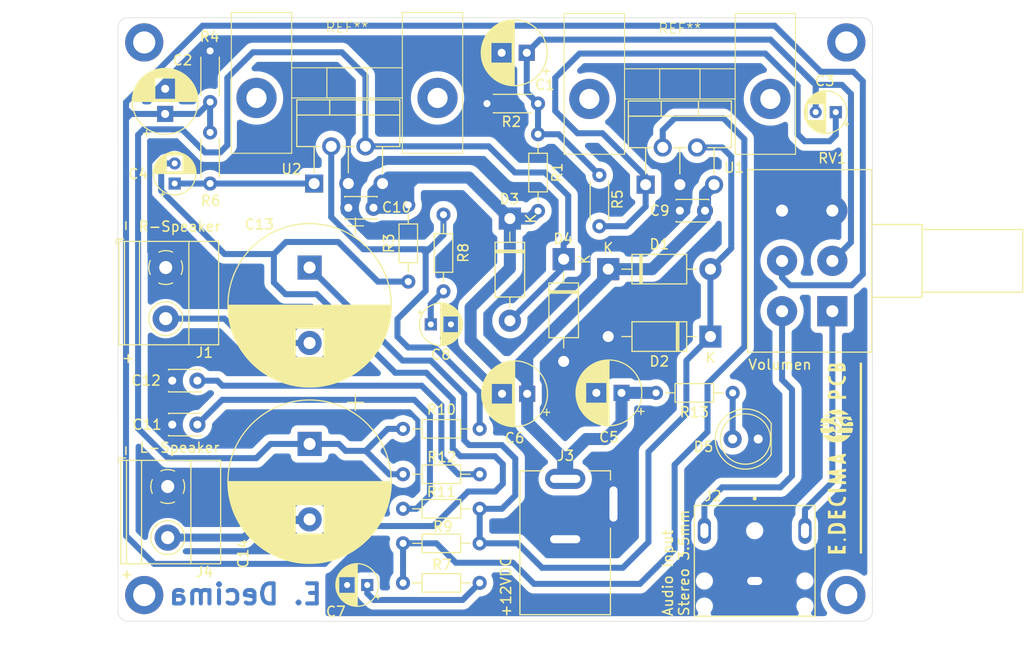
<source format=kicad_pcb>
(kicad_pcb (version 20240108) (generator "pcbnew") (generator_version "8.0")
  (title_block (title "AmplificadorTDA2030") (date "2024-11-20") (rev "V1.0") (company "Enrique Emanuel Decima"))
  (layers (0 "F.Cu" signal) (31 "B.Cu" signal) (34 "B.Paste" user) (35 "F.Paste" user) (36 "B.SilkS" user "B.Silkscreen") (37 "F.SilkS" user "F.Silkscreen") (38 "B.Mask" user) (39 "F.Mask" user) (44 "Edge.Cuts" user))
  (net 0 "")
  (net 1 "/R_Input")
  (net 2 "GND")
  (net 3 "/L_Input")
  (net 4 "Net-(U1-+)")
  (net 5 "Net-(U2-+)")
  (net 6 "/V+")
  (net 7 "Net-(C7-Pad1)")
  (net 8 "Net-(C8-Pad1)")
  (net 9 "Net-(C11-Pad2)")
  (net 10 "Net-(C12-Pad2)")
  (net 11 "/R_Output")
  (net 12 "Net-(D1-A)")
  (net 13 "Net-(D3-A)")
  (net 14 "/L_Output")
  (net 15 "Net-(U1--)")
  (net 16 "Net-(U2--)")
  (net 17 "Net-(J2-Pad3)")
  (net 18 "Net-(J2-Pad2)")
  (net 19 "Net-(D5-A)")
  (footprint "Diode_THT:D_DO-41_SOD81_P10.16mm_Horizontal" (layer "F.Cu") (at 151.39 83.39 -90)
    (property "Reference" "D3" (at -1.94 0.05 180) (layer "F.SilkS"))
    (property "Value" "1N4001")
    (fp_text user "K" (at 0 -2.1 90) (layer "F.SilkS"))
    (pad "1" thru_hole rect (at 0 0 270) (size 2.2 2.2) (drill 1.1) (layers "*.Cu" "*.Mask") (net 6 "/V+"))
    (pad "2" thru_hole oval (at 10.16 0 270) (size 2.2 2.2) (drill 1.1) (layers "*.Cu" "*.Mask") (net 13 "Net-(D3-A)"))
  )
  (footprint "Resistor_THT:R_Axial_DIN0204_L3.6mm_D1.6mm_P7.62mm_Horizontal" (layer "F.Cu") (at 148.39 108.81 180)
    (property "Reference" "R12" (at 3.76 1.7 180) (layer "F.SilkS"))
    (property "Value" "1R")
    (pad "1" thru_hole circle (at 0 0 180) (size 1.4 1.4) (drill 0.7) (layers "*.Cu" "*.Mask") (net 10 "Net-(C12-Pad2)"))
    (pad "2" thru_hole oval (at 7.62 0 180) (size 1.4 1.4) (drill 0.7) (layers "*.Cu" "*.Mask") (net 13 "Net-(D3-A)"))
  )
  (footprint "Diode_THT:D_DO-41_SOD81_P10.16mm_Horizontal" (layer "F.Cu") (at 156.74 87.43 -90)
    (property "Reference" "D4" (at -2.02 0.05 180) (layer "F.SilkS"))
    (property "Value" "1N4001")
    (fp_text user "K" (at 0 -2.1 90) (layer "F.SilkS"))
    (pad "1" thru_hole rect (at 0 0 270) (size 2.2 2.2) (drill 1.1) (layers "*.Cu" "*.Mask") (net 13 "Net-(D3-A)"))
    (pad "2" thru_hole oval (at 10.16 0 270) (size 2.2 2.2) (drill 1.1) (layers "*.Cu" "*.Mask") (net 2 "GND"))
  )
  (footprint "Capacitor_THT:C_Disc_D3.0mm_W2.0mm_P2.50mm" (layer "F.Cu") (at 117.825 99.506666)
    (property "Reference" "C12" (at -2.595 -0.016666 0) (layer "F.SilkS"))
    (property "Value" "220nF")
    (pad "1" thru_hole circle (at 0 0) (size 1.6 1.6) (drill 0.8) (layers "*.Cu" "*.Mask") (net 2 "GND"))
    (pad "2" thru_hole circle (at 2.5 0) (size 1.6 1.6) (drill 0.8) (layers "*.Cu" "*.Mask") (net 10 "Net-(C12-Pad2)"))
  )
  (footprint "Capacitor_THT:CP_Radial_D4.0mm_P2.00mm" (layer "F.Cu") (at 183.7926 72.81 180)
    (property "Reference" "C3" (at 1.0926 3.11 180) (layer "F.SilkS"))
    (property "Value" "1uF")
    (pad "1" thru_hole rect (at 0 0 180) (size 1.2 1.2) (drill 0.6) (layers "*.Cu" "*.Mask") (net 4 "Net-(U1-+)"))
    (pad "2" thru_hole circle (at 2 0 180) (size 1.2 1.2) (drill 0.6) (layers "*.Cu" "*.Mask") (net 1 "/R_Input"))
  )
  (footprint "Capacitor_THT:C_Disc_D3.0mm_W2.0mm_P2.50mm" (layer "F.Cu") (at 168.29 82.61)
    (property "Reference" "C9" (at -2 0 0) (layer "F.SilkS"))
    (property "Value" "100nF")
    (pad "1" thru_hole circle (at 0 0) (size 1.6 1.6) (drill 0.8) (layers "*.Cu" "*.Mask") (net 2 "GND"))
    (pad "2" thru_hole circle (at 2.5 0) (size 1.6 1.6) (drill 0.8) (layers "*.Cu" "*.Mask") (net 6 "/V+"))
  )
  (footprint "Capacitor_THT:CP_Radial_D6.3mm_P2.50mm" (layer "F.Cu") (at 153.11238 100.81 180)
    (property "Reference" "C6" (at 1.25 -4.4 180) (layer "F.SilkS"))
    (property "Value" "100uF")
    (pad "1" thru_hole rect (at 0 0 180) (size 1.6 1.6) (drill 0.8) (layers "*.Cu" "*.Mask") (net 6 "/V+"))
    (pad "2" thru_hole circle (at 2.5 0 180) (size 1.6 1.6) (drill 0.8) (layers "*.Cu" "*.Mask") (net 2 "GND"))
  )
  (footprint "Capacitor_THT:CP_Radial_D16.0mm_P7.50mm" (layer "F.Cu") (at 131.48 88.26 -90)
    (property "Reference" "C13" (at -4.29 5 180) (layer "F.SilkS"))
    (property "Value" "2200uF")
    (pad "1" thru_hole rect (at 0 0 270) (size 2.4 2.4) (drill 1.2) (layers "*.Cu" "*.Mask") (net 12 "Net-(D1-A)"))
    (pad "2" thru_hole circle (at 7.5 0 270) (size 2.4 2.4) (drill 1.2) (layers "*.Cu" "*.Mask") (net 11 "/R_Output"))
  )
  (footprint "Resistor_THT:R_Axial_DIN0204_L3.6mm_D1.6mm_P5.08mm_Horizontal" (layer "F.Cu") (at 121.59 66.72238 -90)
    (property "Reference" "R4" (at -1.40238 0.05 180) (layer "F.SilkS"))
    (property "Value" "100K")
    (pad "1" thru_hole circle (at 0 0 270) (size 1.4 1.4) (drill 0.7) (layers "*.Cu" "*.Mask") (net 2 "GND"))
    (pad "2" thru_hole oval (at 5.08 0 270) (size 1.4 1.4) (drill 0.7) (layers "*.Cu" "*.Mask") (net 3 "/L_Input"))
  )
  (footprint "Resistor_THT:R_Axial_DIN0204_L3.6mm_D1.6mm_P5.08mm_Horizontal" (layer "F.Cu") (at 149.11 71.96)
    (property "Reference" "R2" (at 2.43 1.81 0) (layer "F.SilkS"))
    (property "Value" "100K")
    (pad "1" thru_hole circle (at 0 0) (size 1.4 1.4) (drill 0.7) (layers "*.Cu" "*.Mask") (net 2 "GND"))
    (pad "2" thru_hole oval (at 5.08 0) (size 1.4 1.4) (drill 0.7) (layers "*.Cu" "*.Mask") (net 1 "/R_Input"))
  )
  (footprint "Potentiometer_THT:Potentiometer_Alps_RK163_Dual_Horizontal" (layer "F.Cu") (at 183.45 92.6 180)
    (property "Reference" "RV1" (at -0.000001 15.199999 180) (layer "F.SilkS"))
    (property "Value" "A50K")
    (pad "1" thru_hole rect (at 0 0) (size 3 3) (drill 1.2) (layers "*.Cu" "*.Mask") (net 18 "Net-(J2-Pad2)"))
    (pad "2" thru_hole circle (at 0 5) (size 3 3) (drill 1.2) (layers "*.Cu" "*.Mask") (net 1 "/R_Input"))
    (pad "3" thru_hole circle (at 0 10) (size 3 3) (drill 1.2) (layers "*.Cu" "*.Mask") (net 2 "GND"))
    (pad "4" thru_hole circle (at 5 0) (size 3 3) (drill 1.2) (layers "*.Cu" "*.Mask") (net 17 "Net-(J2-Pad3)"))
    (pad "5" thru_hole circle (at 5 5) (size 3 3) (drill 1.2) (layers "*.Cu" "*.Mask") (net 3 "/L_Input"))
    (pad "6" thru_hole circle (at 5 10) (size 3 3) (drill 1.2) (layers "*.Cu" "*.Mask") (net 2 "GND"))
  )
  (footprint "DC-005 - Connector Alimentacion:NINIGI_DC-005" (layer "F.Cu") (at 156.89 111.77 90)
    (property "Reference" "J3" (at 4.8 0.04 0) (layer "F.SilkS"))
    (property "Value" "DC-005")
    (pad "2" thru_hole oval (at 0 4.8 90) (size 4.7 2.35) (drill oval 3.5 0.8) (layers "*.Cu" "*.Mask") (net 2 "GND"))
    (pad "3" thru_hole oval (at -3.5 0 90) (size 2 4) (drill oval 0.8 3) (layers "*.Cu" "*.Mask") (net 2 "GND"))
    (pad "4" thru_hole oval (at 2.5 0 90) (size 2 4) (drill oval 0.8 3) (layers "*.Cu" "*.Mask") (net 6 "/V+"))
  )
  (footprint "Resistor_THT:R_Axial_DIN0204_L3.6mm_D1.6mm_P5.08mm_Horizontal" (layer "F.Cu") (at 160.29 79.07 -90)
    (property "Reference" "R5" (at 2.41 -1.8 90) (layer "F.SilkS"))
    (property "Value" "100K")
    (pad "1" thru_hole circle (at 0 0 270) (size 1.4 1.4) (drill 0.7) (layers "*.Cu" "*.Mask") (net 1 "/R_Input"))
    (pad "2" thru_hole oval (at 5.08 0 270) (size 1.4 1.4) (drill 0.7) (layers "*.Cu" "*.Mask") (net 4 "Net-(U1-+)"))
  )
  (footprint "MountingHole:MountingHole_2.2mm_M2_DIN965_Pad" (layer "F.Cu") (at 184.84 120.82)
    (property "Reference" "REF**" (hide yes))
    (property "Value" "MountingHole_2.2mm_M2_DIN965_Pad")
    (pad "3" thru_hole circle (at 0 0) (size 3.8 3.8) (drill 2.2) (layers "*.Cu" "*.Mask"))
  )
  (footprint "FootPrints-Symbols:Disipador3d" (layer "F.Cu") (at 168.29 69.5)
    (property "Reference" "REF**" (at 0 -5 0) (layer "F.SilkS") (effects (font (thickness 0.1))))
    (property "Value" "Disipador3d")
    (pad "1" thru_hole circle (at -9 2) (size 4 4) (drill 2) (layers "*.Cu" "*.Mask"))
    (pad "1" thru_hole circle (at 9 2) (size 4 4) (drill 2) (layers "*.Cu" "*.Mask"))
  )
  (footprint "Resistor_THT:R_Axial_DIN0204_L3.6mm_D1.6mm_P7.62mm_Horizontal" (layer "F.Cu") (at 173.54 100.72 180)
    (property "Reference" "R13" (at 3.81 -1.92 180) (layer "F.SilkS"))
    (property "Value" "820R")
    (pad "1" thru_hole circle (at 0 0 180) (size 1.4 1.4) (drill 0.7) (layers "*.Cu" "*.Mask") (net 19 "Net-(D5-A)"))
    (pad "2" thru_hole oval (at 7.62 0 180) (size 1.4 1.4) (drill 0.7) (layers "*.Cu" "*.Mask") (net 6 "/V+"))
  )
  (footprint "Capacitor_THT:C_Disc_D3.0mm_W2.0mm_P2.50mm" (layer "F.Cu") (at 135.3305 82.32)
    (property "Reference" "C10" (at 4.7995 -0.05 0) (layer "F.SilkS"))
    (property "Value" "100nF")
    (pad "1" thru_hole circle (at 0 0) (size 1.6 1.6) (drill 0.8) (layers "*.Cu" "*.Mask") (net 2 "GND"))
    (pad "2" thru_hole circle (at 2.5 0) (size 1.6 1.6) (drill 0.8) (layers "*.Cu" "*.Mask") (net 6 "/V+"))
  )
  (footprint "TerminalBlock_Phoenix:TerminalBlock_Phoenix_MKDS-1,5-2-5.08_1x02_P5.08mm_Horizontal" (layer "F.Cu") (at 117.175 88.26 -90)
    (property "Reference" "J1" (at 8.46 -3.855 180) (layer "F.SilkS"))
    (property "Value" "R_Speaker")
    (pad "1" thru_hole rect (at 0 0 270) (size 2.6 2.6) (drill 1.3) (layers "*.Cu" "*.Mask") (net 2 "GND"))
    (pad "2" thru_hole circle (at 5.08 0 270) (size 2.6 2.6) (drill 1.3) (layers "*.Cu" "*.Mask") (net 11 "/R_Output"))
  )
  (footprint "FootPrints-Symbols:Disipador3d" (layer "F.Cu") (at 135.2 69.4)
    (property "Reference" "REF**" (at 0 -5 0) (layer "F.SilkS") (effects (font (thickness 0.1))))
    (property "Value" "Disipador3d")
    (pad "1" thru_hole circle (at -9 2) (size 4 4) (drill 2) (layers "*.Cu" "*.Mask"))
    (pad "1" thru_hole circle (at 9 2) (size 4 4) (drill 2) (layers "*.Cu" "*.Mask"))
  )
  (footprint "Resistor_THT:R_Axial_DIN0204_L3.6mm_D1.6mm_P7.62mm_Horizontal" (layer "F.Cu") (at 140.77 104.3)
    (property "Reference" "R10" (at 3.81 -1.92 0) (layer "F.SilkS"))
    (property "Value" "150K")
    (pad "1" thru_hole circle (at 0 0) (size 1.4 1.4) (drill 0.7) (layers "*.Cu" "*.Mask") (net 13 "Net-(D3-A)"))
    (pad "2" thru_hole oval (at 7.62 0) (size 1.4 1.4) (drill 0.7) (layers "*.Cu" "*.Mask") (net 16 "Net-(U2--)"))
  )
  (footprint "Capacitor_THT:CP_Radial_D6.3mm_P2.50mm" (layer "F.Cu") (at 153.07238 66.91 180)
    (property "Reference" "C1" (at -1.79762 -3.19 180) (layer "F.SilkS"))
    (property "Value" "22uF")
    (pad "1" thru_hole rect (at 0 0 180) (size 1.6 1.6) (drill 0.8) (layers "*.Cu" "*.Mask") (net 1 "/R_Input"))
    (pad "2" thru_hole circle (at 2.5 0 180) (size 1.6 1.6) (drill 0.8) (layers "*.Cu" "*.Mask") (net 2 "GND"))
  )
  (footprint "Resistor_THT:R_Axial_DIN0204_L3.6mm_D1.6mm_P7.62mm_Horizontal" (layer "F.Cu") (at 144.79 90.62 90)
    (property "Reference" "R8" (at 3.82 1.97 90) (layer "F.SilkS"))
    (property "Value" "4K7")
    (pad "1" thru_hole circle (at 0 0 90) (size 1.4 1.4) (drill 0.7) (layers "*.Cu" "*.Mask") (net 8 "Net-(C8-Pad1)"))
    (pad "2" thru_hole oval (at 7.62 0 90) (size 1.4 1.4) (drill 0.7) (layers "*.Cu" "*.Mask") (net 16 "Net-(U2--)"))
  )
  (footprint "Resistor_THT:R_Axial_DIN0204_L3.6mm_D1.6mm_P7.62mm_Horizontal" (layer "F.Cu") (at 141.29 89.66 90)
    (property "Reference" "R3" (at 3.81 -1.92 90) (layer "F.SilkS"))
    (property "Value" "100K")
    (pad "1" thru_hole circle (at 0 0 90) (size 1.4 1.4) (drill 0.7) (layers "*.Cu" "*.Mask") (net 3 "/L_Input"))
    (pad "2" thru_hole oval (at 7.62 0 90) (size 1.4 1.4) (drill 0.7) (layers "*.Cu" "*.Mask") (net 6 "/V+"))
  )
  (footprint "Logo_Image:Logo1_Decima 30mm" (layer "F.Cu") (at 184.25 107.25 90)
    (property "Reference" "G***" (hide yes))
    (property "Value" "LOGO" (hide yes))
  )
  (footprint "MountingHole:MountingHole_2.2mm_M2_DIN965_Pad" (layer "F.Cu") (at 115.04 65.88)
    (property "Reference" "REF**" (hide yes))
    (property "Value" "MountingHole_2.2mm_M2_DIN965_Pad")
    (pad "1" thru_hole circle (at 0 0) (size 3.8 3.8) (drill 2.2) (layers "*.Cu" "*.Mask"))
  )
  (footprint "" (layer "F.Cu") (at 115.04 120.82)
    (property "Reference" "" (at 0 0 0) (layer "F.SilkS") (effects (font (size 1.27 1.27))))
    (property "Value" "")
    (pad "4" thru_hole circle (at 0 0) (size 3.8 3.8) (drill 2.2) (layers "*.Cu" "*.Mask"))
  )
  (footprint "Resistor_THT:R_Axial_DIN0204_L3.6mm_D1.6mm_P7.62mm_Horizontal" (layer "F.Cu") (at 140.77 112.243333)
    (property "Reference" "R11" (at 3.81 -1.683333 0) (layer "F.SilkS"))
    (property "Value" "1R")
    (pad "1" thru_hole circle (at 0 0) (size 1.4 1.4) (drill 0.7) (layers "*.Cu" "*.Mask") (net 9 "Net-(C11-Pad2)"))
    (pad "2" thru_hole oval (at 7.62 0) (size 1.4 1.4) (drill 0.7) (layers "*.Cu" "*.Mask") (net 12 "Net-(D1-A)"))
  )
  (footprint "Resistor_THT:R_Axial_DIN0204_L3.6mm_D1.6mm_P7.62mm_Horizontal" (layer "F.Cu") (at 148.39 119.61 180)
    (property "Reference" "R7" (at 3.76 1.8 180) (layer "F.SilkS"))
    (property "Value" "4K7")
    (pad "1" thru_hole circle (at 0 0 180) (size 1.4 1.4) (drill 0.7) (layers "*.Cu" "*.Mask") (net 7 "Net-(C7-Pad1)"))
    (pad "2" thru_hole oval (at 7.62 0 180) (size 1.4 1.4) (drill 0.7) (layers "*.Cu" "*.Mask") (net 15 "Net-(U1--)"))
  )
  (footprint "Capacitor_THT:CP_Radial_D6.3mm_P2.50mm" (layer "F.Cu") (at 162.49 100.72 180)
    (property "Reference" "C5" (at 1.25 -4.4 180) (layer "F.SilkS"))
    (property "Value" "100uF")
    (pad "1" thru_hole rect (at 0 0 180) (size 1.6 1.6) (drill 0.8) (layers "*.Cu" "*.Mask") (net 6 "/V+"))
    (pad "2" thru_hole circle (at 2.5 0 180) (size 1.6 1.6) (drill 0.8) (layers "*.Cu" "*.Mask") (net 2 "GND"))
  )
  (footprint "MountingHole:MountingHole_2.2mm_M2_DIN965_Pad" (layer "F.Cu") (at 184.84 65.88)
    (property "Reference" "REF**" (hide yes))
    (property "Value" "MountingHole_2.2mm_M2_DIN965_Pad")
    (pad "2" thru_hole circle (at 0 0) (size 3.8 3.8) (drill 2.2) (layers "*.Cu" "*.Mask"))
  )
  (footprint "Package_TO_SOT_THT:TO-220-5_P3.4x3.7mm_StaggerOdd_Lead3.8mm_Vertical" (layer "F.Cu") (at 164.89 80.02)
    (property "Reference" "U1" (at 8.8 -1.7 0) (layer "F.SilkS"))
    (property "Value" "TDA2030")
    (pad "1" thru_hole rect (at 0 0) (size 1.8 1.8) (drill 1.1) (layers "*.Cu" "*.Mask") (net 4 "Net-(U1-+)"))
    (pad "2" thru_hole oval (at 1.7 -3.7) (size 1.8 1.8) (drill 1.1) (layers "*.Cu" "*.Mask") (net 15 "Net-(U1--)"))
    (pad "3" thru_hole oval (at 3.4 0) (size 1.8 1.8) (drill 1.1) (layers "*.Cu" "*.Mask") (net 2 "GND"))
    (pad "4" thru_hole oval (at 5.1 -3.7) (size 1.8 1.8) (drill 1.1) (layers "*.Cu" "*.Mask") (net 12 "Net-(D1-A)"))
    (pad "5" thru_hole oval (at 6.8 0) (size 1.8 1.8) (drill 1.1) (layers "*.Cu" "*.Mask") (net 6 "/V+"))
  )
  (footprint "Resistor_THT:R_Axial_DIN0204_L3.6mm_D1.6mm_P7.62mm_Horizontal" (layer "F.Cu") (at 148.39 115.676666 180)
    (property "Reference" "R9" (at 3.66 1.666666 180) (layer "F.SilkS"))
    (property "Value" "150K")
    (pad "1" thru_hole circle (at 0 0 180) (size 1.4 1.4) (drill 0.7) (layers "*.Cu" "*.Mask") (net 12 "Net-(D1-A)"))
    (pad "2" thru_hole oval (at 7.62 0 180) (size 1.4 1.4) (drill 0.7) (layers "*.Cu" "*.Mask") (net 15 "Net-(U1--)"))
  )
  (footprint "Resistor_THT:R_Axial_DIN0204_L3.6mm_D1.6mm_P5.08mm_Horizontal" (layer "F.Cu") (at 121.59 74.83 -90)
    (property "Reference" "R6" (at 6.79 -0.05 180) (layer "F.SilkS"))
    (property "Value" "100K")
    (pad "1" thru_hole circle (at 0 0 270) (size 1.4 1.4) (drill 0.7) (layers "*.Cu" "*.Mask") (net 3 "/L_Input"))
    (pad "2" thru_hole oval (at 5.08 0 270) (size 1.4 1.4) (drill 0.7) (layers "*.Cu" "*.Mask") (net 5 "Net-(U2-+)"))
  )
  (footprint "TerminalBlock_Phoenix:TerminalBlock_Phoenix_MKDS-1,5-2-5.08_1x02_P5.08mm_Horizontal" (layer "F.Cu") (at 117.375 110.03 -90)
    (property "Reference" "J4" (at 8.5 -3.655 180) (layer "F.SilkS"))
    (property "Value" "L_Speaker")
    (pad "1" thru_hole rect (at 0 0 270) (size 2.6 2.6) (drill 1.3) (layers "*.Cu" "*.Mask") (net 2 "GND"))
    (pad "2" thru_hole circle (at 5.08 0 270) (size 2.6 2.6) (drill 1.3) (layers "*.Cu" "*.Mask") (net 14 "/L_Output"))
  )
  (footprint "Capacitor_THT:CP_Radial_D16.0mm_P7.50mm" (layer "F.Cu") (at 131.48 105.797246 -90)
    (property "Reference" "C14" (at 10.915 6.6 90) (layer "F.SilkS"))
    (property "Value" "2200uF")
    (pad "1" thru_hole rect (at 0 0 270) (size 2.4 2.4) (drill 1.2) (layers "*.Cu" "*.Mask") (net 13 "Net-(D3-A)"))
    (pad "2" thru_hole circle (at 7.5 0 270) (size 2.4 2.4) (drill 1.2) (layers "*.Cu" "*.Mask") (net 14 "/L_Output"))
  )
  (footprint "Resistor_THT:R_Axial_DIN0204_L3.6mm_D1.6mm_P7.62mm_Horizontal" (layer "F.Cu") (at 154.19 75.01 -90)
    (property "Reference" "R1" (at 3.81 -1.92 -90) (layer "F.SilkS"))
    (property "Value" "100K")
    (pad "1" thru_hole circle (at 0 0 270) (size 1.4 1.4) (drill 0.7) (layers "*.Cu" "*.Mask") (net 1 "/R_Input"))
    (pad "2" thru_hole oval (at 7.62 0 270) (size 1.4 1.4) (drill 0.7) (layers "*.Cu" "*.Mask") (net 6 "/V+"))
  )
  (footprint "Capacitor_THT:C_Disc_D3.0mm_W2.0mm_P2.50mm" (layer "F.Cu") (at 117.825 103.873332)
    (property "Reference" "C11" (at -2.495 0.001668 0) (layer "F.SilkS"))
    (property "Value" "220nF")
    (pad "1" thru_hole circle (at 0 0) (size 1.6 1.6) (drill 0.8) (layers "*.Cu" "*.Mask") (net 2 "GND"))
    (pad "2" thru_hole circle (at 2.5 0) (size 1.6 1.6) (drill 0.8) (layers "*.Cu" "*.Mask") (net 9 "Net-(C11-Pad2)"))
  )
  (footprint "LED_THT:LED_D5.0mm" (layer "F.Cu") (at 176.08 105.31 180)
    (property "Reference" "D5" (at 5.44 -0.775 180) (layer "F.SilkS"))
    (property "Value" "LED")
    (pad "1" thru_hole rect (at 0 0 180) (size 1.8 1.8) (drill 0.9) (layers "*.Cu" "*.Mask") (net 2 "GND"))
    (pad "2" thru_hole circle (at 2.54 0 180) (size 1.8 1.8) (drill 0.9) (layers "*.Cu" "*.Mask") (net 19 "Net-(D5-A)"))
  )
  (footprint "Capacitor_THT:CP_Radial_D4.0mm_P2.00mm" (layer "F.Cu") (at 118.065 79.9076 90)
    (property "Reference" "C4" (at 0.9476 -3.625 0) (layer "F.SilkS"))
    (property "Value" "1uF")
    (pad "1" thru_hole rect (at 0 0 90) (size 1.2 1.2) (drill 0.6) (layers "*.Cu" "*.Mask") (net 5 "Net-(U2-+)"))
    (pad "2" thru_hole circle (at 2 0 90) (size 1.2 1.2) (drill 0.6) (layers "*.Cu" "*.Mask") (net 3 "/L_Input"))
  )
  (footprint "Capacitor_THT:CP_Radial_D4.0mm_P2.00mm" (layer "F.Cu") (at 137.2126 119.82 180)
    (property "Reference" "C7" (at 3.1226 -2.65 180) (layer "F.SilkS"))
    (property "Value" "2uF")
    (pad "1" thru_hole rect (at 0 0 180) (size 1.2 1.2) (drill 0.6) (layers "*.Cu" "*.Mask") (net 7 "Net-(C7-Pad1)"))
    (pad "2" thru_hole circle (at 2 0 180) (size 1.2 1.2) (drill 0.6) (layers "*.Cu" "*.Mask") (net 2 "GND"))
  )
  (footprint "Capacitor_THT:CP_Radial_D4.0mm_P2.00mm" (layer "F.Cu") (at 143.53 93.91)
    (property "Reference" "C8" (at 1 3 0) (layer "F.SilkS"))
    (property "Value" "2uF")
    (pad "1" thru_hole rect (at 0 0) (size 1.2 1.2) (drill 0.6) (layers "*.Cu" "*.Mask") (net 8 "Net-(C8-Pad1)"))
    (pad "2" thru_hole circle (at 2 0) (size 1.2 1.2) (drill 0.6) (layers "*.Cu" "*.Mask") (net 2 "GND"))
  )
  (footprint "Diode_THT:D_DO-41_SOD81_P10.16mm_Horizontal" (layer "F.Cu") (at 161.17 88.42)
    (property "Reference" "D1" (at 5.08 -2.47 0) (layer "F.SilkS"))
    (property "Value" "1N4001")
    (fp_text user "K" (at 0 -2.1 0) (layer "F.SilkS"))
    (pad "1" thru_hole rect (at 0 0) (size 2.2 2.2) (drill 1.1) (layers "*.Cu" "*.Mask") (net 6 "/V+"))
    (pad "2" thru_hole oval (at 10.16 0) (size 2.2 2.2) (drill 1.1) (layers "*.Cu" "*.Mask") (net 12 "Net-(D1-A)"))
  )
  (footprint "Diode_THT:D_DO-41_SOD81_P10.16mm_Horizontal" (layer "F.Cu") (at 171.33 95.12 180)
    (property "Reference" "D2" (at 5.08 -2.47 180) (layer "F.SilkS"))
    (property "Value" "1N4001")
    (fp_text user "K" (at 0 -2.1 180) (layer "F.SilkS"))
    (pad "1" thru_hole rect (at 0 0 180) (size 2.2 2.2) (drill 1.1) (layers "*.Cu" "*.Mask") (net 12 "Net-(D1-A)"))
    (pad "2" thru_hole oval (at 10.16 0 180) (size 2.2 2.2) (drill 1.1) (layers "*.Cu" "*.Mask") (net 2 "GND"))
  )
  (footprint "Package_TO_SOT_THT:TO-220-5_P3.4x3.7mm_StaggerOdd_Lead3.8mm_Vertical" (layer "F.Cu") (at 131.9305 79.91)
    (property "Reference" "U2" (at -2.2505 -1.44 0) (layer "F.SilkS"))
    (property "Value" "TDA2030")
    (pad "1" thru_hole rect (at 0 0) (size 1.8 1.8) (drill 1.1) (layers "*.Cu" "*.Mask") (net 5 "Net-(U2-+)"))
    (pad "2" thru_hole oval (at 1.7 -3.7) (size 1.8 1.8) (drill 1.1) (layers "*.Cu" "*.Mask") (net 16 "Net-(U2--)"))
    (pad "3" thru_hole oval (at 3.4 0) (size 1.8 1.8) (drill 1.1) (layers "*.Cu" "*.Mask") (net 2 "GND"))
    (pad "4" thru_hole oval (at 5.1 -3.7) (size 1.8 1.8) (drill 1.1) (layers "*.Cu" "*.Mask") (net 13 "Net-(D3-A)"))
    (pad "5" thru_hole oval (at 6.8 0) (size 1.8 1.8) (drill 1.1) (layers "*.Cu" "*.Mask") (net 6 "/V+"))
  )
  (footprint "Capacitor_THT:CP_Radial_D6.3mm_P2.50mm" (layer "F.Cu") (at 117.12 72.99 90)
    (property "Reference" "C2" (at 5.34 1.73 0) (layer "F.SilkS"))
    (property "Value" "22uF")
    (pad "1" thru_hole rect (at 0 0 90) (size 1.6 1.6) (drill 0.8) (layers "*.Cu" "*.Mask") (net 3 "/L_Input"))
    (pad "2" thru_hole circle (at 2.5 0 90) (size 1.6 1.6) (drill 0.8) (layers "*.Cu" "*.Mask") (net 2 "GND"))
  )
  (footprint "SJ1-3523N:CUI_SJ1-3523N" (layer "F.Cu") (at 175.73 119.42)
    (property "Reference" "J2" (at -4.15 -8.45 0) (layer "F.SilkS"))
    (property "Value" "SJ1-3523N")
    (pad "" np_thru_hole circle (at -5 0) (size 1.2 1.2) (drill 1.2) (layers "*.Cu" "*.Mask"))
    (pad "" np_thru_hole circle (at -5 2.5) (size 1.2 1.2) (drill 1.2) (layers "*.Cu" "*.Mask"))
    (pad "" np_thru_hole circle (at 0 -5) (size 1.2 1.2) (drill 1.2) (layers "*.Cu" "*.Mask"))
    (pad "" np_thru_hole circle (at 5 0) (size 1.2 1.2) (drill 1.2) (layers "*.Cu" "*.Mask"))
    (pad "" np_thru_hole circle (at 5 2.5) (size 1.2 1.2) (drill 1.2) (layers "*.Cu" "*.Mask"))
    (pad "1" thru_hole oval (at 0 0) (size 2.616 1.308) (drill oval 1.5 0.8) (layers "*.Cu" "*.Mask") (net 2 "GND"))
    (pad "2" thru_hole oval (at 5 -5) (size 1.308 2.616) (drill oval 0.8 1.5) (layers "*.Cu" "*.Mask") (net 18 "Net-(J2-Pad2)"))
    (pad "3" thru_hole oval (at -5 -5) (size 1.308 2.616) (drill oval 0.8 1.5) (layers "*.Cu" "*.Mask") (net 17 "Net-(J2-Pad3)"))
  )
  (gr_poly (pts (xy 139.39 79.11) (xy 137.89 80.81) (xy 137.89 82.11) (xy 141.29 82.11) (xy 141.29 79.61)) (stroke (width 0.2)) (fill solid) (layer "B.Cu") (net 6))
  (gr_poly (pts (xy 145.77 91.56) (xy 145.91 91.4) (xy 146.01 91.24) (xy 146.05 91.13) (xy 146.1 90.98) (xy 146.13 90.84) (xy 146.56 91.04) (xy 146.68 91.27) (xy 146.59 91.37) (xy 146.5 91.46) (xy 146.44 91.53) (xy 146.39 91.61) (xy 146.32 91.79) (xy 146.26 91.96) (xy 145.94 91.85)) (stroke (width 0.01)) (fill solid) (layer "B.Cu") (net 2))
  (gr_arc (start 113.43 123.42) (mid 112.722893 123.127107) (end 112.43 122.42) (stroke (width 0.05)) (layer "Edge.Cuts"))
  (gr_line (start 186.43 123.42) (end 113.43 123.42) (stroke (width 0.05)) (layer "Edge.Cuts"))
  (gr_arc (start 112.427107 64.42) (mid 112.72 63.712893) (end 113.427107 63.42) (stroke (width 0.05)) (layer "Edge.Cuts"))
  (gr_arc (start 187.43 122.42) (mid 187.137107 123.127107) (end 186.43 123.42) (stroke (width 0.05)) (layer "Edge.Cuts"))
  (gr_arc (start 186.44 63.43) (mid 187.147107 63.722893) (end 187.44 64.43) (stroke (width 0.05)) (layer "Edge.Cuts"))
  (gr_line (start 112.43 122.42) (end 112.427107 64.42) (stroke (width 0.05)) (layer "Edge.Cuts"))
  (gr_line (start 187.44 64.43) (end 187.43 122.42) (stroke (width 0.05)) (layer "Edge.Cuts"))
  (gr_line (start 113.427107 63.42) (end 186.44 63.43) (stroke (width 0.05)) (layer "Edge.Cuts"))
  (gr_text "E. Decima" (at 132.93 121.92 0) (layer "B.Cu") (effects (font (size 2 2) (thickness 0.4) (bold yes)) (justify left bottom mirror)))
  (gr_text "Audio Input\nStereo 3.5mm" (at 169.29 123.01 90) (layer "F.SilkS") (effects (font (size 1 1)) (justify left bottom)))
  (gr_text "+12VDC" (at 151.59 123.11 90) (layer "F.SilkS") (effects (font (size 1 1)) (justify left bottom)))
  (gr_text "+" (at 112.73 97.82 0) (layer "F.SilkS") (effects (font (size 1 1)) (justify left bottom)))
  (gr_text "Volumen" (at 175 98.5 0) (layer "F.SilkS") (effects (font (size 1 1)) (justify left bottom)))
  (gr_text "-" (at 113.73 84.82 90) (layer "F.SilkS") (effects (font (size 1 1)) (justify left bottom)))
  (gr_text "-" (at 113.73 107.19 90) (layer "F.SilkS") (effects (font (size 1 1)) (justify left bottom)))
  (gr_text "+" (at 112.59 119.31 0) (layer "F.SilkS") (effects (font (size 1 1)) (justify left bottom)))
  (gr_text "R-Speaker" (at 114.38 84.77 0) (layer "F.SilkS") (effects (font (size 1 1)) (justify left bottom)))
  (gr_text "L-Speaker" (at 114.475238 106.75 0) (layer "F.SilkS") (effects (font (size 1 1)) (justify left bottom)))
  (segment (start 154.37988 65.6025) (end 153.07238 66.91) (width 0.6) (layer "B.Cu") (net 1))
  (segment (start 154.19 75.01) (end 154.19 71.96) (width 0.6) (layer "B.Cu") (net 1))
  (segment (start 160.29 79.07) (end 156.23 75.01) (width 0.6) (layer "B.Cu") (net 1))
  (segment (start 184.4 70.1) (end 182.6 70.1) (width 0.6) (layer "B.Cu") (net 1))
  (segment (start 177.3025 65.6025) (end 154.37988 65.6025) (width 0.6) (layer "B.Cu") (net 1))
  (segment (start 185.3 85.75) (end 185.3 71) (width 0.6) (layer "B.Cu") (net 1))
  (segment (start 181.4726 69.7726) (end 181.05 69.35) (width 0.6) (layer "B.Cu") (net 1))
  (segment (start 181.8 70.5) (end 181.7926 70.5074) (width 0.6) (layer "B.Cu") (net 1))
  (segment (start 181.7926 70.5074) (end 181.7926 72.81) (width 0.6) (layer "B.Cu") (net 1))
  (segment (start 181.8 70.1) (end 181.8 70.5) (width 0.6) (layer "B.Cu") (net 1))
  (segment (start 153.07238 66.91) (end 153.07238 70.84238) (width 0.6) (layer "B.Cu") (net 1))
  (segment (start 181.05 69.35) (end 177.3025 65.6025) (width 0.6) (layer "B.Cu") (net 1))
  (segment (start 156.23 75.01) (end 154.19 75.01) (width 0.6) (layer "B.Cu") (net 1))
  (segment (start 153.09 66.92762) (end 153.07238 66.91) (width 0.6) (layer "B.Cu") (net 1))
  (segment (start 183.45 87.6) (end 185.3 85.75) (width 0.6) (layer "B.Cu") (net 1))
  (segment (start 181.05 69.35) (end 181.8 70.1) (width 0.6) (layer "B.Cu") (net 1))
  (segment (start 185.3 71) (end 184.4 70.1) (width 0.6) (layer "B.Cu") (net 1))
  (segment (start 181.8 70.1) (end 182.6 70.1) (width 0.6) (layer "B.Cu") (net 1))
  (segment (start 153.07238 70.84238) (end 154.19 71.96) (width 0.6) (layer "B.Cu") (net 1))
  (segment (start 141.39 110.51) (end 138.59 110.51) (width 0.5) (layer "B.Cu") (net 2))
  (segment (start 126.14 78.16) (end 120.765 78.16) (width 0.5) (layer "B.Cu") (net 2))
  (segment (start 143.015 83.26) (end 141.615 84.66) (width 0.5) (layer "B.Cu") (net 2))
  (segment (start 118.99 105.81) (end 121.59 105.81) (width 0.5) (layer "B.Cu") (net 2))
  (segment (start 144.09 81.235) (end 143.015 82.31) (width 0.5) (layer "B.Cu") (net 2))
  (segment (start 118.265 75.66) (end 115.595 75.66) (width 0.5) (layer "B.Cu") (net 2))
  (segment (start 147.39 82.685) (end 145.94 81.235) (width 0.5) (layer "B.Cu") (net 2))
  (segment (start 121.59 105.81) (end 124.79 102.61) (width 0.5) (layer "B.Cu") (net 2))
  (segment (start 145.94 81.235) (end 144.09 81.235) (width 0.5) (layer "B.Cu") (net 2))
  (segment (start 138.11 110.03) (end 117.375 110.03) (width 0.5) (layer "B.Cu") (net 2))
  (segment (start 142.24 109.66) (end 141.39 110.51) (width 0.5) (layer "B.Cu") (net 2))
  (segment (start 130.31 73.99) (end 126.14 78.16) (width 0.5) (layer "B.Cu") (net 2))
  (segment (start 145.53 92.07) (end 145.53 93.91) (width 0.2) (layer "B.Cu") (net 2))
  (segment (start 137.415 84.66) (end 135.3305 82.5755) (width 0.5) (layer "B.Cu") (net 2))
  (segment (start 124.79 102.61) (end 141.39 102.61) (width 0.5) (layer "B.Cu") (net 2))
  (segment (start 115.58 75.675) (end 115.58 86.665) (width 0.5) (layer "B.Cu") (net 2))
  (segment (start 142.24 103.46) (end 142.24 109.66) (width 0.5) (layer "B.Cu") (net 2))
  (segment (start 147.39 90.21) (end 145.53 92.07) (width 0.2) (layer "B.Cu") (net 2))
  (segment (start 138.59 110.51) (end 138.11 110.03) (width 0.5) (layer "B.Cu") (net 2))
  (segment (start 135.3305 79.91) (end 135.3305 82.32) (width 1.2) (layer "B.Cu") (net 2))
  (segment (start 135.3305 75.1505) (end 134.17 73.99) (width 0.5) (layer "B.Cu") (net 2))
  (segment (start 135.3305 82.5755) (end 135.3305 82.32) (width 0.5) (layer "B.Cu") (net 2))
  (segment (start 117.825 104.645) (end 118.99 105.81) (width 0.5) (layer "B.Cu") (net 2))
  (segment (start 117.825 103.873332) (end 117.825 104.645) (width 0.5) (layer "B.Cu") (net 2))
  (segment (start 141.39 102.61) (end 142.24 103.46) (width 0.5) (layer "B.Cu") (net 2))
  (segment (start 168.29 82.61) (end 168.29 80.02) (width 1.2) (layer "B.Cu") (net 2))
  (segment (start 143.015 82.31) (end 143.015 83.26) (width 0.5) (layer "B.Cu") (net 2))
  (segment (start 147.39 90.21) (end 147.39 82.685) (width 0.5) (layer "B.Cu") (net 2))
  (segment (start 120.765 78.16) (end 118.265 75.66) (width 0.5) (layer "B.Cu") (net 2))
  (segment (start 135.3305 79.91) (end 135.3305 75.1505) (width 0.5) (layer "B.Cu") (net 2))
  (segment (start 115.58 86.665) (end 117.175 88.26) (width 0.5) (layer "B.Cu") (net 2))
  (segment (start 115.595 75.66) (end 115.58 75.675) (width 0.5) (layer "B.Cu") (net 2))
  (segment (start 141.615 84.66) (end 137.415 84.66) (width 0.5) (layer "B.Cu") (net 2))
  (segment (start 134.17 73.99) (end 130.31 73.99) (width 0.5) (layer "B.Cu") (net 2))
  (segment (start 143.806667 113.959999) (end 136.74 113.959999) (width 0.6) (layer "B.Cu") (net 3))
  (segment (start 123.03 86.92) (end 116.73 80.62) (width 0.6) (layer "B.Cu") (net 3))
  (segment (start 117.1924 77.9076) (end 118.065 77.9076) (width 0.6) (layer "B.Cu") (net 3))
  (segment (start 113.72 72.99) (end 113.23 73.48) (width 0.6) (layer "B.Cu") (net 3))
  (segment (start 113.23 73) (end 113.23 72.49) (width 0.6) (layer "B.Cu") (net 3))
  (segment (start 140 98.72) (end 143.08 98.72) (width 0.6) (layer "B.Cu") (net 3))
  (segment (start 138.27 89.66) (end 141.29 89.66) (width 0.6) (layer "B.Cu") (net 3))
  (segment (start 116.73 78.37) (end 117.1924 77.9076) (width 0.6) (layer "B.Cu") (net 3))
  (segment (start 113.23 114.92) (end 113.23 73.48) (width 0.6) (layer "B.Cu") (net 3))
  (segment (start 127.93 86.92) (end 127.93 89.75) (width 0.6) (layer "B.Cu") (net 3))
  (segment (start 145.716663 106.274163) (end 146.4625 107.02) (width 0.6) (layer "B.Cu") (net 3))
  (segment (start 113.23 71.83) (end 113.23 72.49) (width 0.6) (layer "B.Cu") (net 3))
  (segment (start 149.94 110.526666) (end 147.24 110.526666) (width 0.6) (layer "B.Cu") (net 3))
  (segment (start 134.33 85.72) (end 138.27 89.66) (width 0.6) (layer "B.Cu") (net 3))
  (segment (start 113.73 72.99) (end 113.23 72.49) (width 0.6) (layer "B.Cu") (net 3))
  (segment (start 114.43 72.99) (end 113.73 72.99) (width 0.6) (layer "B.Cu") (net 3))
  (segment (start 149.94 110.51) (end 149.94 110.526666) (width 0.6) (layer "B.Cu") (net 3))
  (segment (start 147.24 110.526666) (end 143.806667 113.959999) (width 0.6) (layer "B.Cu") (net 3))
  (segment (start 150.69 109.76) (end 149.94 110.51) (width 0.6) (layer "B.Cu") (net 3))
  (segment (start 120.84 64.22) (end 113.23 71.83) (width 0.6) (layer "B.Cu") (net 3))
  (segment (start 178.45 87.6) (end 178.45 89.25) (width 0.6) (layer "B.Cu") (net 3))
  (segment (start 121.59 74.83) (end 121.59 71.80238) (width 0.6) (layer "B.Cu") (net 3))
  (segment (start 116.73 80.62) (end 116.73 78.37) (width 0.6) (layer "B.Cu") (net 3))
  (segment (start 117.12 72.99) (end 114.43 72.99) (width 0.6) (layer "B.Cu") (net 3))
  (segment (start 145.716663 101.356663) (end 145.716663 106.274163) (width 0.6) (layer "B.Cu") (net 3))
  (segment (start 127.93 86.92) (end 123.03 86.92) (width 0.6) (layer "B.Cu") (net 3))
  (segment (start 132.19 90.91) (end 140 98.72) (width 0.6) (layer "B.Cu") (net 3))
  (segment (start 129.09 90.91) (end 132.19 90.91) (width 0.6) (layer "B.Cu") (net 3))
  (segment (start 149.9 107.02) (end 150.69 107.81) (width 0.6) (layer "B.Cu") (net 3))
  (segment (start 136.74 113.959999) (end 133.5 117.2) (width 0.6) (layer "B.Cu") (net 3))
  (segment (start 120.40238 72.99) (end 121.59 71.80238) (width 0.6) (layer "B.Cu") (net 3))
  (segment (start 150.69 107.81) (end 150.69 109.76) (width 0.6) (layer "B.Cu") (net 3))
  (segment (start 114.43 72.99) (end 113.72 72.99) (width 0.6) (layer "B.Cu") (net 3))
  (segment (start 179.22 90.02) (end 185.38 90.02) (width 0.6) (layer "B.Cu") (net 3))
  (segment (start 186.48 69.73) (end 185.55 68.8) (width 0.6) (layer "B.Cu") (net 3))
  (segment (start 143.08 98.72) (end 145.716663 101.356663) (width 0.6) (layer "B.Cu") (net 3))
  (segment (start 185.38 90.02) (end 186.48 88.92) (width 0.6) (layer "B.Cu") (net 3))
  (segment (start 177.72 64.22) (end 120.84 64.22) (width 0.6) (layer "B.Cu") (net 3))
  (segment (start 178.45 89.25) (end 179.22 90.02) (width 0.6) (layer "B.Cu") (net 3))
  (segment (start 116.03 117.72) (end 113.23 114.92) (width 0.6) (layer "B.Cu") (net 3))
  (segment (start 186.48 88.92) (end 186.48 69.73) (width 0.6) (layer "B.Cu") (net 3))
  (segment (start 127.93 89.75) (end 129.09 90.91) (width 0.6) (layer "B.Cu") (net 3))
  (segment (start 182.3 68.8) (end 177.72 64.22) (width 0.6) (layer "B.Cu") (net 3))
  (segment (start 129.13 85.72) (end 134.33 85.72) (width 0.6) (layer "B.Cu") (net 3))
  (segment (start 113.23 73.48) (end 113.23 73) (width 0.6) (layer "B.Cu") (net 3))
  (segment (start 127.93 86.92) (end 129.13 85.72) (width 0.6) (layer "B.Cu") (net 3))
  (segment (start 117.12 72.99) (end 120.40238 72.99) (width 0.6) (layer "B.Cu") (net 3))
  (segment (start 133.5 117.2) (end 132.98 117.72) (width 0.6) (layer "B.Cu") (net 3))
  (segment (start 146.4625 107.02) (end 149.9 107.02) (width 0.6) (layer "B.Cu") (net 3))
  (segment (start 132.98 117.72) (end 116.03 117.72) (width 0.6) (layer "B.Cu") (net 3))
  (segment (start 185.55 68.8) (end 182.3 68.8) (width 0.6) (layer "B.Cu") (net 3))
  (segment (start 180 75) (end 180.7 75.7) (width 0.6) (layer "B.Cu") (net 4))
  (segment (start 155.9 69.4) (end 158.315 66.985) (width 0.6) (layer "B.Cu") (net 4))
  (segment (start 158.11 74.91) (end 155.9 72.7) (width 0.6) (layer "B.Cu") (net 4))
  (segment (start 160.59 74.91) (end 158.11 74.91) (width 0.6) (layer "B.Cu") (net 4))
  (segment (start 183.2 75.7) (end 183.7926 75.1074) (width 0.6) (layer "B.Cu") (net 4))
  (segment (start 180.7 75.7) (end 183.2 75.7) (width 0.6) (layer "B.Cu") (net 4))
  (segment (start 164.89 80.02) (end 164.89 79.21) (width 0.6) (layer "B.Cu") (net 4))
  (segment (start 162.95 84.15) (end 164.89 82.21) (width 0.6) (layer "B.Cu") (net 4))
  (segment (start 180 70.2) (end 180 75) (width 0.6) (layer "B.Cu") (net 4))
  (segment (start 164.89 79.21) (end 160.59 74.91) (width 0.6) (layer "B.Cu") (net 4))
  (segment (start 164.89 82.21) (end 164.89 80.02) (width 0.6) (layer "B.Cu") (net 4))
  (segment (start 160.29 84.15) (end 162.95 84.15) (width 0.6) (layer "B.Cu") (net 4))
  (segment (start 183.7926 75.1074) (end 183.7926 72.81) (width 0.6) (layer "B.Cu") (net 4))
  (segment (start 155.9 72.7) (end 155.9 69.4) (width 0.6) (layer "B.Cu") (net 4))
  (segment (start 158.315 66.985) (end 176.785 66.985) (width 0.6) (layer "B.Cu") (net 4))
  (segment (start 176.785 66.985) (end 180 70.2) (width 0.6) (layer "B.Cu") (net 4))
  (segment (start 121.59 79.91) (end 118.0674 79.91) (width 0.6) (layer "B.Cu") (net 5))
  (segment (start 118.0674 79.91) (end 118.065 79.9076) (width 0.6) (layer "B.Cu") (net 5))
  (segment (start 118.1424 79.91) (end 118.14 79.9076) (width 0.6) (layer "B.Cu") (net 5))
  (segment (start 121.59 79.91) (end 131.9305 79.91) (width 0.6) (layer "B.Cu") (net 5))
  (segment (start 160.89 105.31) (end 162.49 103.71) (width 1.2) (layer "B.Cu") (net 6))
  (segment (start 153.11238 99.51) (end 153.11238 99.01) (width 1.2) (layer "B.Cu") (net 6))
  (segment (start 170.79 82.61) (end 170.79 80.92) (width 1.2) (layer "B.Cu") (net 6))
  (segment (start 150.29 98.31) (end 147.49 95.51) (width 1.2) (layer "B.Cu") (net 6))
  (segment (start 153.11238 103.63238) (end 153.11238 100.81) (width 1.2) (layer "B.Cu") (net 6))
  (segment (start 140.19 79.31) (end 139.3305 79.31) (width 1.2) (layer "B.Cu") (net 6))
  (segment (start 153.11238 100.72) (end 152.9 100.72) (width 0.8) (layer "B.Cu") (net 6))
  (segment (start 151.39 88.335) (end 151.39 83.39) (width 1.2) (layer "B.Cu") (net 6))
  (segment (start 140.59 79.31) (end 140.19 79.31) (width 1.2) (layer "B.Cu") (net 6))
  (segment (start 139.3305 79.31) (end 138.7305 79.91) (width 1.2) (layer "B.Cu") (net 6))
  (segment (start 151.39 83.39) (end 147.31 79.31) (width 1.2) (layer "B.Cu") (net 6))
  (segment (start 151.89 98.31) (end 151.39 98.31) (width 1.2) (layer "B.Cu") (net 6))
  (segment (start 137.8305 82.32) (end 141.01 82.32) (width 1.2) (layer "B.Cu") (net 6))
  (segment (start 156.89 107.41) (end 158.99 105.31) (width 1.2) (layer "B.Cu") (net 6))
  (segment (start 153.11238 97.08762) (end 153.11238 97.93238) (width 1.2) (layer "B.Cu") (net 6))
  (segment (start 153.11238 97.93762) (end 153.11238 97.95238) (width 0.8) (layer "B.Cu") (net 6))
  (segment (start 151.91238 98.31) (end 153.11238 99.51) (width 1.2) (layer "B.Cu") (net 6))
  (segment (start 147.49 92.235) (end 151.39 88.335) (width 1.2) (layer "B.Cu") (net 6))
  (segment (start 156.89 107.41) (end 153.11238 103.63238) (width 1.2) (layer "B.Cu") (net 6))
  (segment (start 151.39 83.39) (end 153.43 83.39) (width 1.2) (layer "B.Cu") (net 6))
  (segment (start 156.89 109.27) (end 156.89 107.41) (width 1.6) (layer "B.Cu") (net 6))
  (segment (start 147.49 95.51) (end 147.49 92.235) (width 1.2) (layer "B.Cu") (net 6))
  (segment (start 170.79 80.92) (end 171.69 80.02) (width 1.2) (layer "B.Cu") (net 6))
  (segment (start 153.11238 100.72) (end 153.1 100.72) (width 0.8) (layer "B.Cu") (net 6))
  (segment (start 137.8305 82.32) (end 137.8305 80.81) (width 1.2) (layer "B.Cu") (net 6))
  (segment (start 153.11238 97.95238) (end 153.11238 97.93238) (width 0.8) (layer "B.Cu") (net 6))
  (segment (start 141.29 80.01) (end 140.59 79.31) (width 1.2) (layer "B.Cu") (net 6))
  (segment (start 151.39 98.31) (end 150.29 98.31) (width 1.2) (layer "B.Cu") (net 6))
  (segment (start 165.53 88.42) (end 161.17 88.42) (width 1.2) (layer "B.Cu") (net 6))
  (segment (start 170.79 83.16) (end 165.53 88.42) (width 1.2) (layer "B.Cu") (net 6))
  (segment (start 162.49 100.72) (end 165.92 100.72) (width 1.2) (layer "B.Cu") (net 6))
  (segment (start 151.89 98.31) (end 151.91238 98.31) (width 1.2) (layer "B.Cu") (net 6))
  (segment (start 153.11238 100.81) (end 153.11238 99.51) (width 1.2) (layer "B.Cu") (net 6))
  (segment (start 137.8305 80.81) (end 138.7305 79.91) (width 1.2) (layer "B.Cu") (net 6))
  (segment (start 141.99 79.31) (end 140.19 79.31) (width 1.2) (layer "B.Cu") (net 6))
  (segment (start 161.17 89.03) (end 153.11238 97.08762) (width 1.2) (layer "B.Cu") (net 6))
  (segment (start 141.29 80.01) (end 141.99 79.31) (width 1.2) (layer "B.Cu") (net 6))
  (segment (start 162.49 103.71) (end 162.49 100.72) (width 1.2) (layer "B.Cu") (net 6))
  (segment (start 153.09 97.93) (end 153.11238 97.95238) (width 0.8) (layer "B.Cu") (net 6))
  (segment (start 170.79 82.61) (end 170.79 83.16) (width 1.2) (layer "B.Cu") (net 6))
  (segment (start 158.99 105.31) (end 160.89 105.31) (width 1.2) (layer "B.Cu") (net 6))
  (segment (start 153.11238 97.08762) (end 151.89 98.31) (width 1.2) (layer "B.Cu") (net 6))
  (segment (start 147.31 79.31) (end 141.99 79.31) (width 1.2) (layer "B.Cu") (net 6))
  (segment (start 152.41238 98.31) (end 151.39 98.31) (width 1.2) (layer "B.Cu") (net 6))
  (segment (start 141.01 82.32) (end 141.29 82.04) (width 1.2) (layer "B.Cu") (net 6))
  (segment (start 161.17 88.42) (end 161.17 89.03) (width 1.2) (layer "B.Cu") (net 6))
  (segment (start 153.43 83.39) (end 154.19 82.63) (width 1.2) (layer "B.Cu") (net 6))
  (segment (start 141.29 82.04) (end 141.29 80.01) (width 1.2) (layer "B.Cu") (net 6))
  (segment (start 153.11238 99.01) (end 153.11238 97.93238) (width 1.2) (layer "B.Cu") (net 6))
  (segment (start 146.69 121.31) (end 137.865 121.31) (width 0.6) (layer "B.Cu") (net 7))
  (segment (start 148.39 119.61) (end 146.69 121.31) (width 0.6) (layer "B.Cu") (net 7))
  (segment (start 137.2126 120.6576) (end 137.2126 119.82) (width 0.6) (layer "B.Cu") (net 7))
  (segment (start 137.865 121.31) (end 137.2126 120.6576) (width 0.6) (layer "B.Cu") (net 7))
  (segment (start 144.79 90.62) (end 143.53 91.88) (width 0.6) (layer "B.Cu") (net 8))
  (segment (start 143.53 91.88) (end 143.53 93.91) (width 0.6) (layer "B.Cu") (net 8))
  (segment (start 122.79 101.41) (end 141.89 101.41) (width 0.6) (layer "B.Cu") (net 9))
  (segment (start 143.443331 110.896669) (end 142.096667 112.243333) (width 0.6) (layer "B.Cu") (net 9))
  (segment (start 142.096667 112.243333) (end 140.77 112.243333) (width 0.6) (layer "B.Cu") (net 9))
  (segment (start 141.89 101.41) (end 143.443331 102.963331) (width 0.6) (layer "B.Cu") (net 9))
  (segment (start 143.443331 102.963331) (end 143.443331 110.896669) (width 0.6) (layer "B.Cu") (net 9))
  (segment (start 120.326668 103.873332) (end 122.79 101.41) (width 0.6) (layer "B.Cu") (net 9))
  (segment (start 120.325 103.873332) (end 120.326668 103.873332) (width 0.6) (layer "B.Cu") (net 9))
  (segment (start 122.311666 99.506666) (end 120.325 99.506666) (width 0.6) (layer "B.Cu") (net 10))
  (segment (start 122.815 100.01) (end 122.311666 99.506666) (width 0.6) (layer "B.Cu") (net 10))
  (segment (start 144.579997 107.124997) (end 144.579997 101.969997) (width 0.6) (layer "B.Cu") (net 10))
  (segment (start 146.265 108.81) (end 144.579997 107.124997) (width 0.6) (layer "B.Cu") (net 10))
  (segment (start 144.579997 101.969997) (end 142.62 100.01) (width 0.6) (layer "B.Cu") (net 10))
  (segment (start 142.62 100.01) (end 122.815 100.01) (width 0.6) (layer "B.Cu") (net 10))
  (segment (start 148.39 108.81) (end 146.265 108.81) (width 0.6) (layer "B.Cu") (net 10))
  (segment (start 123.02 93.34) (end 125.44 95.76) (width 0.6) (layer "B.Cu") (net 11))
  (segment (start 117.175 93.34) (end 123.02 93.34) (width 0.6) (layer "B.Cu") (net 11))
  (segment (start 125.44 95.76) (end 131.48 95.76) (width 0.6) (layer "B.Cu") (net 11))
  (segment (start 168.94 97.51) (end 171.33 95.12) (width 0.6) (layer "B.Cu") (net 12))
  (segment (start 173.4 86.35) (end 173.4 77.22) (width 0.6) (layer "B.Cu") (net 12))
  (segment (start 150.606667 112.243333) (end 151.93 110.92) (width 0.6) (layer "B.Cu") (net 12))
  (segment (start 173.4 77.22) (end 172.5 76.32) (width 0.6) (layer "B.Cu") (net 12))
  (segment (start 162.618666 118.11) (end 165.168666 115.56) (width 0.6) (layer "B.Cu") (net 12))
  (segment (start 150.59 105.91) (end 147.34 105.91) (width 0.6) (layer "B.Cu") (net 12))
  (segment (start 171.33 95.12) (end 171.33 88.42) (width 0.6) (layer "B.Cu") (net 12))
  (segment (start 146.853329 100.843329) (end 143.52 97.51) (width 0.6) (layer "B.Cu") (net 12))
  (segment (start 152.156666 115.676666) (end 154.59 118.11) (width 0.6) (layer "B.Cu") (net 12))
  (segment (start 146.853329 105.423329) (end 146.853329 100.843329) (width 0.6) (layer "B.Cu") (net 12))
  (segment (start 154.59 118.11) (end 162.618666 118.11) (width 0.6) (layer "B.Cu") (net 12))
  (segment (start 165.168666 115.56) (end 165.168666 106.581334) (width 0.6) (layer "B.Cu") (net 12))
  (segment (start 151.93 110.92) (end 151.93 107.25) (width 0.6) (layer "B.Cu") (net 12))
  (segment (start 171.33 88.42) (end 173.4 86.35) (width 0.6) (layer "B.Cu") (net 12))
  (segment (start 148.39 112.243333) (end 150.606667 112.243333) (width 0.6) (layer "B.Cu") (net 12))
  (segment (start 151.93 107.25) (end 150.59 105.91) (width 0.6) (layer "B.Cu") (net 12))
  (segment (start 148.39 115.676666) (end 148.39 112.243333) (width 0.6) (layer "B.Cu") (net 12))
  (segment (start 148.39 115.676666) (end 152.156666 115.676666) (width 0.6) (layer "B.Cu") (net 12))
  (segment (start 143.52 97.51) (end 140.73 97.51) (width 0.6) (layer "B.Cu") (net 12))
  (segment (start 168.94 102.81) (end 168.94 97.51) (width 0.6) (layer "B.Cu") (net 12))
  (segment (start 165.168666 106.581334) (end 168.94 102.81) (width 0.6) (layer "B.Cu") (net 12))
  (segment (start 147.34 105.91) (end 146.853329 105.423329) (width 0.6) (layer "B.Cu") (net 12))
  (segment (start 140.73 97.51) (end 131.48 88.26) (width 0.6) (layer "B.Cu") (net 12))
  (segment (start 172.5 76.32) (end 169.99 76.32) (width 0.6) (layer "B.Cu") (net 12))
  (segment (start 125.84 66.86) (end 134.69 66.86) (width 0.6) (layer "B.Cu") (net 13))
  (segment (start 157.19 85.51) (end 156.74 85.96) (width 0.6) (layer "B.Cu") (net 13))
  (segment (start 135.065 106.485) (end 137.069492 106.485) (width 0.6) (layer "B.Cu") (net 13))
  (segment (start 151.11 93.57) (end 151.09 93.55) (width 0.6) (layer "B.Cu") (net 13))
  (segment (start 156.53 87.74) (end 156.74 87.53) (width 0.6) (layer "B.Cu") (net 13))
  (segment (start 114.43 75.07) (end 114.98 74.52) (width 0.6) (layer "B.Cu") (net 13))
  (segment (start 126.19 107.21) (end 117.39 107.21) (width 0.6) (layer "B.Cu") (net 13))
  (segment (start 137.067246 106.487246) (end 137.757246 105.797246) (width 0.6) (layer "B.Cu") (net 13))
  (segment (start 118.8 74.52) (end 121.09 76.81) (width 0.6) (layer "B.Cu") (net 13))
  (segment (start 131.48 105.797246) (end 134.377246 105.797246) (width 0.6) (layer "B.Cu") (net 13))
  (segment (start 156.74 87.03) (end 156.99 86.78) (width 0.6) (layer "B.Cu") (net 13))
  (segment (start 157.19 81.11) (end 157.19 85.51) (width 0.6) (layer "B.Cu") (net 13))
  (segment (start 122.59 76.81) (end 123.3 76.1) (width 0.6) (layer "B.Cu") (net 13))
  (segment (start 156.74 88.2) (end 156.74 87.43) (width 0.6) (layer "B.Cu") (net 13))
  (segment (start 137.069492 106.485) (end 137.757246 105.797246) (width 0.6) (layer "B.Cu") (net 13))
  (segment (start 154.89 78.81) (end 157.19 81.11) (width 0.6) (layer "B.Cu") (net 13))
  (segment (start 123.3 69.4) (end 125.84 66.86) (width 0.6) (layer "B.Cu") (net 13))
  (segment (start 127.602754 105.797246) (end 126.19 107.21) (width 0.6) (layer "B.Cu") (net 13))
  (segment (start 140.77 108.81) (end 139.39 108.81) (width 0.6) (layer "B.Cu") (net 13))
  (segment (start 151.89 78.81) (end 154.89 78.81) (width 0.6) (layer "B.Cu") (net 13))
  (segment (start 134.69 66.86) (end 137.0305 69.2005) (width 0.6) (layer "B.Cu") (net 13))
  (segment (start 131.48 105.797246) (end 127.602754 105.797246) (width 0.6) (layer "B.Cu") (net 13))
  (segment (start 139.39 108.81) (end 137.067246 106.487246) (width 0.6) (layer "B.Cu") (net 13))
  (segment (start 139.254492 104.3) (end 137.757246 105.797246) (width 0.6) (layer "B.Cu") (net 13))
  (segment (start 156.74 85.96) (end 156.74 87.43) (width 0.6) (layer "B.Cu") (net 13))
  (segment (start 156.5 87.77) (end 156.53 87.74) (width 0.6) (layer "B.Cu") (net 13))
  (segment (start 114.43 104.25) (end 114.43 75.07) (width 0.6) (layer "B.Cu") (net 13))
  (segment (start 140.77 104.3) (end 139.254492 104.3) (width 0.6) (layer "B.Cu") (net 13))
  (segment (start 149.29 76.21) (end 151.89 78.81) (width 0.6) (layer "B.Cu") (net 13))
  (segment (start 114.98 74.52) (end 118.8 74.52) (width 0.6) (layer "B.Cu") (net 13))
  (segment (start 156.74 87.9) (end 156.74 87.03) (width 0.6) (layer "B.Cu") (net 13))
  (segment (start 123.3 76.1) (end 123.3 69.4) (width 0.6) (layer "B.Cu") (net 13))
  (segment (start 117.39 107.21) (end 114.43 104.25) (width 0.6) (layer "B.Cu") (net 13))
  (segment (start 121.09 76.81) (end 122.59 76.81) (width 0.6) (layer "B.Cu") (net 13))
  (segment (start 134.377246 105.797246) (end 135.065 106.485) (width 0.6) (layer "B.Cu") (net 13))
  (segment (start 151.39 93.55) (end 156.74 88.2) (width 0.6) (layer "B.Cu") (net 13))
  (segment (start 137.0305 69.2005) (end 137.0305 76.21) (width 0.6) (layer "B.Cu") (net 13))
  (segment (start 137.0305 76.21) (end 149.29 76.21) (width 0.6) (layer "B.Cu") (net 13))
  (segment (start 117.375 115.11) (end 124.99 115.11) (width 0.8) (layer "B.Cu") (net 14))
  (segment (start 126.745 113.355) (end 131.48 113.355) (width 0.8) (layer "B.Cu") (net 14))
  (segment (start 124.99 115.11) (end 126.745 113.355) (width 0.8) (layer "B.Cu") (net 14))
  (segment (start 140.77 115.876666) (end 140.77 119.61) (width 0.6) (layer "B.Cu") (net 15))
  (segment (start 164.322333 119.71) (end 153.79 119.71) (width 0.6) (layer "B.Cu") (net 15))
  (segment (start 146.02 117.61) (end 144.086666 115.676666) (width 0.6) (layer "B.Cu") (net 15))
  (segment (start 171.04 104.596664) (end 167.772333 107.864331) (width 0.6) (layer "B.Cu") (net 15))
  (segment (start 151.69 117.61) (end 146.02 117.61) (width 0.6) (layer "B.Cu") (net 15))
  (segment (start 167.772333 107.864331) (end 167.772333 116.26) (width 0.6) (layer "B.Cu") (net 15))
  (segment (start 167.79 73.41) (end 172.61 73.41) (width 0.6) (layer "B.Cu") (net 15))
  (segment (start 153.79 119.71) (end 151.69 117.61) (width 0.6) (layer "B.Cu") (net 15))
  (segment (start 172.61 73.41) (end 174.7 75.5) (width 0.6) (layer "B.Cu") (net 15))
  (segment (start 166.59 74.61) (end 167.79 73.41) (width 0.6) (layer "B.Cu") (net 15))
  (segment (start 167.772333 116.26) (end 164.322333 119.71) (width 0.6) (layer "B.Cu") (net 15))
  (segment (start 174.7 75.5) (end 174.7 96.15) (width 0.6) (layer "B.Cu") (net 15))
  (segment (start 171.04 99.81) (end 171.04 104.596664) (width 0.6) (layer "B.Cu") (net 15))
  (segment (start 144.086666 115.676666) (end 140.77 115.676666) (width 0.6) (layer "B.Cu") (net 15))
  (segment (start 166.59 76.32) (end 166.59 74.61) (width 0.6) (layer "B.Cu") (net 15))
  (segment (start 174.7 96.15) (end 171.04 99.81) (width 0.6) (layer "B.Cu") (net 15))
  (segment (start 143.02 90.58) (end 143.02 86.78) (width 0.6) (layer "B.Cu") (net 16))
  (segment (start 136.82 86.44) (end 133.6305 83.2505) (width 0.6) (layer "B.Cu") (net 16))
  (segment (start 143.02 86.78) (end 142.68 86.44) (width 0.6) (layer "B.Cu") (net 16))
  (segment (start 144.79 85.01) (end 144.79 83) (width 0.6) (layer "B.Cu") (net 16))
  (segment (start 148.39 104.3) (end 148.39 100.68) (width 0.6) (layer "B.Cu") (net 16))
  (segment (start 133.6305 83.2505) (end 133.6305 76.21) (width 0.6) (layer "B.Cu") (net 16))
  (segment (start 143.02 86.78) (end 143.51 86.29) (width 0.6) (layer "B.Cu") (net 16))
  (segment (start 142.68 86.44) (end 142.42 86.44) (width 0.6) (layer "B.Cu") (net 16))
  (segment (start 141.29 96.21) (end 140.215 95.135) (width 0.6) (layer "B.Cu") (net 16))
  (segment (start 143.36 86.44) (end 143.51 86.29) (width 0.6) (layer "B.Cu") (net 16))
  (segment (start 143.92 96.21) (end 141.29 96.21) (width 0.6) (layer "B.Cu") (net 16))
  (segment (start 143.51 86.29) (end 144.79 85.01) (width 0.6) (layer "B.Cu") (net 16))
  (segment (start 148.39 100.68) (end 143.92 96.21) (width 0.6) (layer "B.Cu") (net 16))
  (segment (start 140.215 93.385) (end 143.02 90.58) (width 0.6) (layer "B.Cu") (net 16))
  (segment (start 140.215 95.135) (end 140.215 93.385) (width 0.6) (layer "B.Cu") (net 16))
  (segment (start 142.42 86.44) (end 143.36 86.44) (width 0.6) (layer "B.Cu") (net 16))
  (segment (start 142.42 86.44) (end 136.82 86.44) (width 0.6) (layer "B.Cu") (net 16))
  (segment (start 178.29 110.11) (end 179.44 108.96) (width 0.6) (layer "B.Cu") (net 17))
  (segment (start 170.73 114.42) (end 170.73 111.87) (width 0.6) (layer "B.Cu") (net 17))
  (segment (start 179.44 108.96) (end 179.44 100.4) (width 0.6) (layer "B.Cu") (net 17))
  (segment (start 170.73 111.87) (end 172.49 110.11) (width 0.6) (layer "B.Cu") (net 17))
  (segment (start 178.45 92.6) (end 178.45 99.41) (width 0.6) (layer "B.Cu") (net 17))
  (segment (start 172.49 110.11) (end 178.29 110.11) (width 0.6) (layer "B.Cu") (net 17))
  (segment (start 178.45 99.41) (end 179.44 100.4) (width 0.6) (layer "B.Cu") (net 17))
  (segment (start 183.45 109.6) (end 180.73 112.32) (width 0.6) (layer "B.Cu") (net 18))
  (segment (start 183.45 92.6) (end 183.45 109.6) (width 0.6) (layer "B.Cu") (net 18))
  (segment (start 180.73 112.32) (end 180.73 114.42) (width 0.6) (layer "B.Cu") (net 18))
  (segment (start 173.54 105.31) (end 173.54 100.72) (width 0.6) (layer "B.Cu") (net 19))
  (zone (net 2) (net_name "GND") (layer "B.Cu") (connect_pads yes (clearance 0.65)) (min_thickness 0.6) (fill yes (thermal_gap 0.6) (thermal_bridge_width 0.6))
    (polygon (pts (xy 112.43 63.42) (xy 112.43 123.42) (xy 187.43 123.42) (xy 187.44 63.43)))
  )
)
</source>
